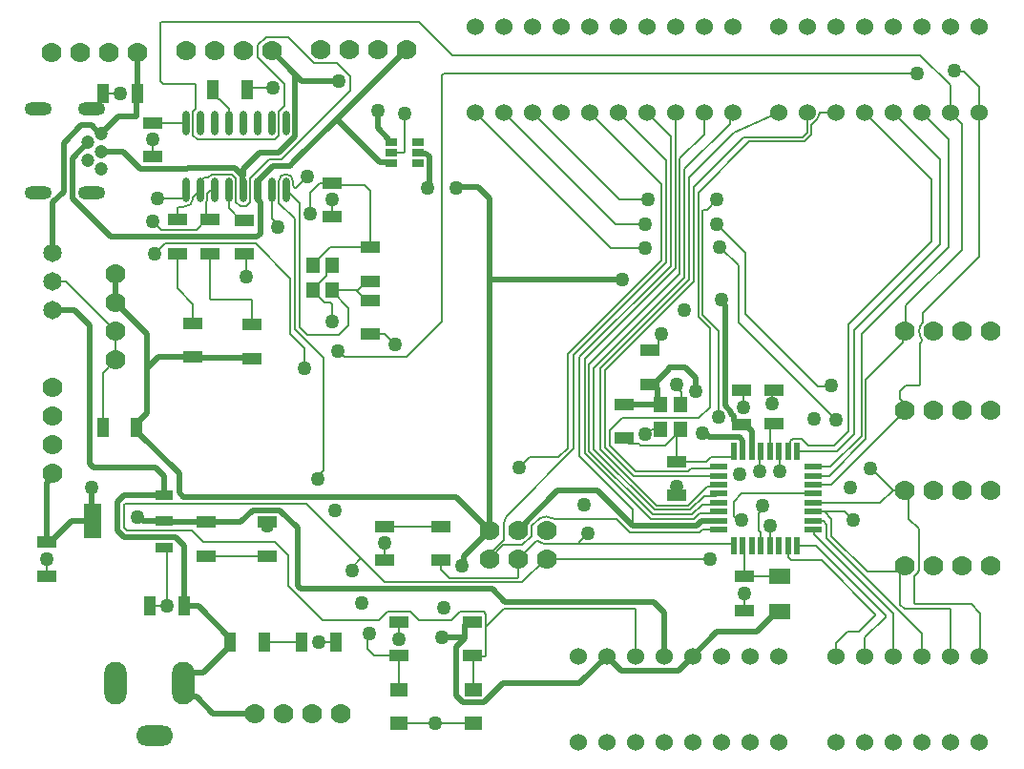
<source format=gtl>
G04*
G04 #@! TF.GenerationSoftware,Altium Limited,Altium Designer,23.1.1 (15)*
G04*
G04 Layer_Physical_Order=1*
G04 Layer_Color=255*
%FSLAX44Y44*%
%MOMM*%
G71*
G04*
G04 #@! TF.SameCoordinates,F8FEC074-9B5C-4FA2-A9AA-F0323AAD1731*
G04*
G04*
G04 #@! TF.FilePolarity,Positive*
G04*
G01*
G75*
%ADD10C,0.1524*%
%ADD18R,1.8034X1.1176*%
%ADD19R,1.0000X0.7000*%
%ADD20R,1.1176X1.8034*%
%ADD21O,0.6096X2.2000*%
%ADD22R,1.5000X1.2000*%
%ADD23R,1.1999X1.3998*%
%ADD24R,1.5500X0.5080*%
%ADD25R,0.5080X1.5500*%
%ADD26R,1.8542X1.3716*%
%ADD27R,1.6002X3.0988*%
%ADD28R,1.6002X0.8382*%
%ADD47C,0.1524*%
%ADD48C,0.5080*%
%ADD49C,1.7780*%
%ADD50C,1.5240*%
%ADD51O,2.0000X3.8000*%
%ADD52O,3.3000X1.8000*%
%ADD53C,1.6500*%
%ADD54O,2.4000X1.2000*%
%ADD55C,1.2000*%
%ADD56C,1.2700*%
D10*
X799501Y168248D02*
G03*
X803321Y173836I-5032J7540D01*
G01*
X802884Y176614D02*
G03*
X802640Y176909I-2449J-1774D01*
G01*
X803169Y175819D02*
G03*
X802884Y176614I-1521J-96D01*
G01*
X803169Y175819D02*
G03*
X803333Y174412I12171J711D01*
G01*
X799501Y168248D02*
G03*
X798978Y167640I853J-1263D01*
G01*
X803321Y173836D02*
G03*
X803333Y174412I-1490J320D01*
G01*
X803910Y373858D02*
G03*
X804146Y374223I-16510J10951D01*
G01*
X806450Y393153D02*
G03*
X805254Y377961I8890J-8343D01*
G01*
X804146Y374223D02*
G03*
X805371Y376470I-16746J10587D01*
G01*
X805371Y376469D02*
G03*
X805254Y377961I-1382J642D01*
G01*
X247650Y517984D02*
G03*
X234950Y517984I-6350J0D01*
G01*
X248404Y512791D02*
G03*
X247650Y514792I-6658J-1366D01*
G01*
X249787Y512039D02*
X249788D01*
X170180Y498270D02*
G03*
X171450Y502080I-5080J3810D01*
G01*
X434360Y213533D02*
G03*
X434340Y213298I1505J-243D01*
G01*
X439593Y223693D02*
G03*
X434360Y213533I13238J-13247D01*
G01*
X464431Y199088D02*
G03*
X472440Y196088I8009J9192D01*
G01*
X708093Y569079D02*
G03*
X708088Y569074I1075J-1080D01*
G01*
X714436Y577887D02*
G03*
X714421Y577793I1496J-291D01*
G01*
X714980Y578786D02*
G03*
X714707Y578502I953J-1190D01*
G01*
X708270Y569256D02*
G03*
X714421Y577793I-4690J9864D01*
G01*
X151577Y495784D02*
G03*
X158750Y502080I823J6296D01*
G01*
X479179Y218440D02*
G03*
X472440Y220472I-6739J-10160D01*
G01*
X461548Y214630D02*
G03*
X462424Y215231I-371J1478D01*
G01*
X472440Y220472D02*
G03*
X462424Y215231I0J-12192D01*
G01*
X269240Y254000D02*
Y256053D01*
X274320Y261133D01*
Y361312D01*
X249174Y386458D02*
X274320Y361312D01*
X287020Y365760D02*
X289081D01*
X347980Y361950D02*
X379730Y393700D01*
X289081Y365760D02*
X292891Y361950D01*
X347980D01*
X287020Y365760D02*
Y367030D01*
X379730Y393700D02*
Y612140D01*
X328930Y382270D02*
X337820Y373380D01*
X588010Y334796D02*
X591820Y330986D01*
X588010Y334796D02*
Y337820D01*
X591820Y320498D02*
Y330986D01*
X590931Y319609D02*
X591820Y320498D01*
X617220Y317500D02*
Y387350D01*
X607630Y307910D02*
X617220Y317500D01*
X607060Y397510D02*
X617220Y387350D01*
X798830Y166985D02*
X798830Y167329D01*
X798978Y167640D01*
X802640Y176909D02*
Y209550D01*
X798830Y143387D02*
Y166985D01*
X788547Y383417D02*
X789940Y384810D01*
X788547Y374527D02*
Y383417D01*
X755882Y341862D02*
X788547Y374527D01*
X791210Y392430D02*
X794385Y389255D01*
X791210Y392430D02*
Y407670D01*
X806450Y393153D02*
Y401320D01*
X791210Y336550D02*
X803017D01*
X803910Y337443D01*
Y373858D01*
X805371Y376469D02*
Y376470D01*
X207772Y600710D02*
X229870D01*
X239522Y584622D02*
Y604708D01*
X234950Y558886D02*
Y580050D01*
X206502Y599440D02*
X207772Y600710D01*
X176530Y596011D02*
Y599440D01*
X234950Y580050D02*
X239522Y584622D01*
X234950Y498849D02*
Y502080D01*
X234950D02*
Y517984D01*
X181356Y591185D02*
X182069D01*
X190500Y582754D01*
Y569468D02*
Y582754D01*
X176530Y596011D02*
X181356Y591185D01*
X209550Y520614D02*
X226494Y537559D01*
X237099D01*
X248710Y512485D02*
X249156Y512039D01*
X241300Y510032D02*
X253238Y498094D01*
X249156Y512039D02*
X249787Y512039D01*
X247650Y514792D02*
Y517984D01*
X250419Y512039D02*
X260350Y521970D01*
X248404Y512791D02*
X248710Y512485D01*
X249788Y512039D02*
X250419Y512039D01*
X158750Y558886D02*
Y580050D01*
X160397Y604520D02*
X161290Y603627D01*
Y582590D02*
Y603627D01*
X158750Y558886D02*
X162470Y555166D01*
X158750Y580050D02*
X161290Y582590D01*
X164469Y509401D02*
X165100D01*
X193130Y524334D02*
X196850Y520614D01*
X158750Y503682D02*
X164469Y509401D01*
X168902Y521725D02*
X172561D01*
X175170Y524334D02*
X193130D01*
X158750Y502080D02*
Y503682D01*
X165100Y517924D02*
X168902Y521725D01*
X172561D02*
X175170Y524334D01*
X209550Y499450D02*
Y520614D01*
X200570Y495730D02*
X205830D01*
X196850Y499450D02*
X200570Y495730D01*
X165100Y510032D02*
Y517924D01*
Y509401D02*
Y510032D01*
X174752D02*
X177800D01*
X171450Y502080D02*
Y506730D01*
X196850Y499450D02*
Y520614D01*
X205830Y495730D02*
X209550Y499450D01*
X171450Y506730D02*
X174752Y510032D01*
X162470Y555166D02*
X231230D01*
X234950Y558886D01*
X228600Y484653D02*
X233680Y479573D01*
X204470Y453390D02*
X205740Y452120D01*
Y433070D02*
Y452120D01*
X201041Y483362D02*
X204470D01*
X233680Y477520D02*
Y479573D01*
X214347Y462788D02*
X245110Y432025D01*
X170180Y487680D02*
X173990Y483870D01*
X190500Y493903D02*
X201041Y483362D01*
X144780Y483870D02*
Y494030D01*
X150368Y495300D02*
X150852Y495784D01*
X151483D02*
X151577D01*
X150852D02*
X151483D01*
X144780Y494030D02*
X146050Y495300D01*
X151577Y495784D02*
X151577D01*
X146050Y495300D02*
X150368D01*
X173990Y413643D02*
Y453898D01*
X144780Y422910D02*
Y453898D01*
Y422910D02*
X158750Y408940D01*
X161671Y474980D02*
X170561Y483870D01*
X173990D01*
X265430Y420229D02*
Y421228D01*
Y443230D02*
Y444230D01*
Y421228D02*
Y422228D01*
X173990Y413643D02*
X174883Y412750D01*
X209927D01*
X210820Y390652D02*
Y411857D01*
X158750Y391922D02*
Y408940D01*
X209927Y412750D02*
X210820Y411857D01*
X313690Y115570D02*
X314960Y116840D01*
X313690Y102870D02*
X319532Y97028D01*
X323625Y128270D02*
X331245Y135890D01*
X341630Y97028D02*
X341670Y96988D01*
X341630Y111760D02*
Y127000D01*
X331245Y135890D02*
X352015D01*
X313690Y102870D02*
Y115570D01*
X319532Y97028D02*
X341630D01*
X386080Y166116D02*
X446147D01*
X329213Y162052D02*
X450910D01*
X446147Y166116D02*
X447040Y167009D01*
X450910Y162052D02*
X471738Y182880D01*
X447040Y167009D02*
Y182880D01*
X378460Y173736D02*
X386080Y166116D01*
X378460Y173736D02*
Y181610D01*
X434340Y199890D02*
Y213298D01*
X328930Y211582D02*
X378460D01*
X328930Y181610D02*
Y196850D01*
X352015Y135890D02*
X359635Y128270D01*
X388395D02*
X396015Y135890D01*
X359635Y128270D02*
X388395D01*
X407158Y96270D02*
X417703D01*
X406400Y97028D02*
X407158Y96270D01*
X407670Y95758D01*
X418719Y97286D02*
Y122809D01*
X396015Y135890D02*
X416785D01*
X417703Y96270D02*
X418719Y97286D01*
X416785Y135890D02*
X418719Y133956D01*
Y122809D02*
X430530Y134620D01*
X430530D02*
X434340Y138430D01*
X418719Y122809D02*
Y133956D01*
X430530Y134620D02*
X430530D01*
X421640Y187190D02*
X434340Y199890D01*
X463248Y199088D02*
X464431D01*
X433832Y195072D02*
X451074D01*
X421640Y182880D02*
X433832Y195072D01*
X471738Y182880D02*
X472440D01*
X451074Y195072D02*
X459232Y203230D01*
X421640Y182880D02*
Y187190D01*
X472440Y196088D02*
X501650D01*
Y198120D02*
X509270Y205740D01*
X501650Y196088D02*
Y198120D01*
X447040Y182880D02*
X463248Y199088D01*
X434340Y138430D02*
X550541D01*
X679450Y260350D02*
Y277458D01*
X672612Y330728D02*
X674370Y332486D01*
X672612Y321056D02*
Y330728D01*
X678688Y278220D02*
X679450Y277458D01*
X799723Y142494D02*
X849376D01*
X789940Y138430D02*
X829941D01*
X830834Y137537D01*
X708750Y216644D02*
X709079Y216315D01*
X718838Y224772D02*
X736618D01*
X718838D02*
X725170Y218440D01*
X736618Y224772D02*
X744220Y217170D01*
X708750Y232646D02*
X768586D01*
X708750Y224772D02*
X718838D01*
X709079Y216315D02*
X717893D01*
X708750Y256776D02*
X723664D01*
X793750Y218440D02*
Y243840D01*
X717893Y216315D02*
X721106Y213103D01*
X708750Y248648D02*
X724898D01*
X793750Y218440D02*
X802640Y209550D01*
X786130Y142240D02*
X789940Y138430D01*
X756920Y171450D02*
X786130D01*
X709563Y204837D02*
X780034Y134366D01*
X725170Y203200D02*
X756920Y171450D01*
X786130Y142240D02*
Y171450D01*
X798830Y143387D02*
X799723Y142494D01*
X727710Y283210D02*
X740410Y295910D01*
X724898Y248648D02*
X787371Y311121D01*
X760730Y262890D02*
X779780Y243840D01*
X724390Y264650D02*
X751818Y292078D01*
X730340Y278220D02*
X745490Y293370D01*
X759460Y262890D02*
X760730D01*
X723664Y256776D02*
X755882Y288994D01*
X788053Y311121D02*
X791891Y314960D01*
X786130Y331470D02*
X791210Y336550D01*
X786130Y325120D02*
Y331470D01*
Y325120D02*
X796290Y314960D01*
X791891D02*
X796290D01*
X787371Y311121D02*
X788053D01*
X786130Y242337D02*
Y243840D01*
X779780D02*
X786130D01*
Y242337D02*
X787633Y243840D01*
X768586Y232646D02*
X779780Y243840D01*
X787633D02*
X793750D01*
X786130D02*
X787633D01*
X686816Y184589D02*
X689795Y181610D01*
X716280D01*
X686816Y184589D02*
Y194220D01*
X709563Y204837D02*
Y207957D01*
X708750Y208770D02*
X709563Y207957D01*
X721106Y200914D02*
Y213103D01*
X694690Y194220D02*
X711290D01*
X725170Y203200D02*
Y218440D01*
X690782Y289272D02*
X698598D01*
X704660Y283210D01*
X727710D01*
X688594Y285847D02*
X688848Y286101D01*
Y287338D01*
X712967Y336053D02*
X724673D01*
X688594Y279998D02*
Y285847D01*
X686816Y278220D02*
X688594Y279998D01*
X694690Y278220D02*
X730340D01*
X688848Y287338D02*
X690782Y289272D01*
X724673Y336053D02*
X725170Y336550D01*
X708750Y264650D02*
X724390D01*
X550541Y138430D02*
X551434Y137537D01*
Y96520D02*
Y137537D01*
X556072Y283718D02*
X578041D01*
X554548Y285242D02*
X556072Y283718D01*
X560070Y293370D02*
X561886D01*
X578041Y283718D02*
X590931Y296608D01*
X588010Y294687D02*
X590931Y297608D01*
Y296608D02*
Y297608D01*
X588010Y269240D02*
Y294687D01*
X561886Y293370D02*
X566125Y297609D01*
X573931D01*
X647700Y137160D02*
Y152400D01*
X660908Y223544D02*
X664210Y226846D01*
Y229870D01*
X670560Y194474D02*
Y212090D01*
Y194474D02*
X670814Y194220D01*
X660908Y208092D02*
Y223544D01*
Y208092D02*
X662686Y206314D01*
Y194220D02*
Y206314D01*
X638810Y220980D02*
Y233680D01*
X642620Y217170D02*
X645160D01*
X638810Y233680D02*
X645904Y240774D01*
X638810Y220980D02*
X642620Y217170D01*
X670814Y278220D02*
Y298958D01*
X661670Y277204D02*
X662686Y278220D01*
X661670Y260350D02*
Y277204D01*
X614380Y269240D02*
X618150Y273010D01*
X588010Y269240D02*
X614380D01*
X600917Y262872D02*
X622972D01*
X600078Y256286D02*
X600568Y256776D01*
X624750D01*
X622972Y246870D02*
X624750Y248648D01*
X598395Y260350D02*
X600917Y262872D01*
X551463Y260350D02*
X598395D01*
X549780Y256286D02*
X600078D01*
X645160Y332232D02*
X647025Y330367D01*
Y317215D02*
Y330367D01*
X638810Y194220D02*
Y194310D01*
X647700Y167132D02*
Y193204D01*
X637032Y196088D02*
X638810Y194310D01*
X646684Y194220D02*
X647700Y193204D01*
X622972Y262872D02*
X624750Y264650D01*
X638810Y274788D02*
Y278220D01*
X618150Y273010D02*
X637032D01*
X638810Y274788D01*
X297942Y598402D02*
Y611058D01*
X379730Y612140D02*
X381000Y613410D01*
X286192Y622808D02*
X297942Y611058D01*
X803910Y629920D02*
X830580Y603250D01*
X834390Y615950D02*
X835406Y614934D01*
X830580Y579120D02*
Y603250D01*
X708093Y569079D02*
X708093Y569079D01*
X714436Y577887D02*
X714502Y578227D01*
X714980Y578786D02*
X715395Y579120D01*
X728980D01*
X714502Y578227D02*
X714707Y578502D01*
X708093Y569079D02*
X708270Y569256D01*
X708088Y569074D02*
X708088Y569074D01*
X638810Y561340D02*
X678180Y579120D01*
X635234Y576814D02*
X637540Y579120D01*
X703580Y561340D02*
Y579120D01*
X635234Y569194D02*
Y576814D01*
X707644Y568630D02*
X708088Y569074D01*
X381000Y613410D02*
X801370D01*
X130433Y659130D02*
X359410D01*
X388620Y629920D01*
X129540Y658237D02*
X130433Y659130D01*
X388620Y629920D02*
X803910D01*
X216408Y627822D02*
X239522Y604708D01*
X216408Y627822D02*
Y638780D01*
X223550Y645922D02*
X243314D01*
X266428Y622808D02*
X286192D01*
X216408Y638780D02*
X223550Y645922D01*
X243314D02*
X266428Y622808D01*
X129540Y607060D02*
Y658237D01*
X132080Y604520D02*
X160397D01*
X129540Y607060D02*
X132080Y604520D01*
X123444Y569468D02*
X152400D01*
X123190Y569722D02*
X123444Y569468D01*
X805434Y96520D02*
Y116586D01*
X830834Y96520D02*
Y137537D01*
X857250Y97536D02*
Y134620D01*
X849376Y142494D02*
X857250Y134620D01*
X856234Y96520D02*
X857250Y97536D01*
X745490Y293370D02*
Y386080D01*
X740410Y295910D02*
Y391160D01*
X751818Y292078D02*
Y382248D01*
X755882Y288994D02*
Y341862D01*
X751818Y382248D02*
X829310Y459740D01*
X806450Y401320D02*
X855980Y450850D01*
X791210Y407670D02*
X840740Y457200D01*
X729234Y108204D02*
X739140Y118110D01*
X729234Y96520D02*
Y108204D01*
X721106Y200914D02*
X805434Y116586D01*
X739140Y118110D02*
X749300D01*
X763909Y132719D01*
X754634Y112972D02*
X772955Y131293D01*
X711290Y194220D02*
X772955Y132555D01*
X716280Y181610D02*
X763909Y133981D01*
X754634Y96520D02*
Y112972D01*
X780034Y96520D02*
Y134366D01*
X772955Y131293D02*
Y132555D01*
X763909Y132719D02*
Y133981D01*
X670814Y298958D02*
X674370Y302514D01*
X642620Y392430D02*
X728980Y306070D01*
X648970Y400050D02*
Y454660D01*
X626110Y459740D02*
X642620Y443230D01*
Y392430D02*
Y443230D01*
X648970Y400050D02*
X712967Y336053D01*
X645904Y240774D02*
X708750D01*
X647700Y167132D02*
X679450D01*
X407670Y66830D02*
Y95758D01*
X341670Y66830D02*
Y96988D01*
X373380Y36830D02*
X407670D01*
X341670D02*
X373380D01*
X97790Y210820D02*
Y231009D01*
X259363Y231902D02*
X307863Y183403D01*
X97790Y210820D02*
X100393Y208216D01*
X158081D01*
X274114Y128270D02*
X323625D01*
X270256Y109220D02*
X285242D01*
X243647Y158737D02*
X274114Y128270D01*
X299720Y175260D02*
X307863Y183403D01*
X299720Y172720D02*
Y175260D01*
X472440Y182880D02*
X617220D01*
X501650Y196088D02*
X637032D01*
X307863Y183403D02*
X329213Y162052D01*
X510540Y579120D02*
X574548Y515112D01*
X537210Y501650D02*
X562610D01*
X535940Y579120D02*
X578612Y536448D01*
X459740Y579120D02*
X537210Y501650D01*
X514350Y351790D02*
X594868Y432308D01*
X524637Y350582D02*
X602996Y428941D01*
X501650Y361950D02*
X582676Y442976D01*
X506222Y360172D02*
X586740Y440690D01*
X510286Y355346D02*
X590804Y435864D01*
X496570Y363823D02*
X578612Y445865D01*
X491490Y364490D02*
X574548Y447548D01*
X529590Y458470D02*
X560070D01*
X597567Y429260D02*
X598932Y430625D01*
X533400Y480060D02*
X560070D01*
X520573Y352266D02*
X597567Y429260D01*
X491490Y281337D02*
Y364490D01*
X506222Y276854D02*
Y360172D01*
X483203Y273050D02*
X491490Y281337D01*
X457200Y273050D02*
X483203D01*
X496570Y280670D02*
Y363823D01*
X520573Y279746D02*
Y352266D01*
X514350Y280221D02*
Y351790D01*
X510286Y278538D02*
Y355346D01*
X524637Y281429D02*
Y350582D01*
X501650Y274320D02*
Y361950D01*
X572135Y380365D02*
X574040Y382270D01*
X572135Y372618D02*
Y380365D01*
X578612Y445865D02*
Y536448D01*
X563880Y367792D02*
X567309D01*
X574548Y447548D02*
Y515112D01*
X567309Y367792D02*
X572135Y372618D01*
X586740Y440690D02*
Y579120D01*
X590804Y435864D02*
Y538131D01*
X582676Y442976D02*
Y557784D01*
X561340Y579120D02*
X582676Y557784D01*
X528701Y283112D02*
Y297024D01*
X545846Y285242D02*
X554548D01*
X541020Y290068D02*
X545846Y285242D01*
X528701Y297024D02*
X539587Y307910D01*
X97790Y231009D02*
X98683Y231902D01*
X123854D01*
X123981Y231775D01*
X123190Y482600D02*
X130810Y474980D01*
X152400Y505032D02*
Y510032D01*
X150288Y502920D02*
X152400Y505032D01*
X190500Y493903D02*
Y510032D01*
X127000Y502920D02*
X150288D01*
X228600Y484653D02*
Y510032D01*
X170180Y487680D02*
Y498270D01*
X133858Y462788D02*
X214347D01*
X234950Y498849D02*
X249174Y484625D01*
X130810Y474980D02*
X161671D01*
X123190Y539750D02*
Y554990D01*
X124460Y453390D02*
X133858Y462788D01*
X257810Y351790D02*
Y369570D01*
X245110Y382270D02*
Y432025D01*
X259998Y381381D02*
X288036D01*
X281940Y393700D02*
Y408940D01*
X253238Y388141D02*
X259998Y381381D01*
X275449Y410210D02*
X280670D01*
X265430Y420229D02*
X275449Y410210D01*
X280670D02*
X281940Y408940D01*
X245110Y382270D02*
X257810Y369570D01*
X282430Y420229D02*
Y421228D01*
X277192Y437991D02*
X282430Y443228D01*
X262890Y508000D02*
X271149Y516259D01*
X277192Y433991D02*
Y437991D01*
X282317Y516259D02*
X284226Y514350D01*
X281940Y486664D02*
Y501650D01*
X262890Y488950D02*
Y508000D01*
X271149Y516259D02*
X282317D01*
X142719Y231775D02*
X142846Y231902D01*
X259363D01*
X123981Y231775D02*
X142719D01*
X78740Y347980D02*
X90170Y359410D01*
Y384810D01*
X78740Y299720D02*
Y347980D01*
X249174Y386458D02*
Y484625D01*
X265430Y444230D02*
X280432Y459232D01*
X265430Y422228D02*
X277192Y433991D01*
X253238Y388141D02*
Y498094D01*
X168075Y198222D02*
X231262D01*
X224790Y212176D02*
Y215392D01*
X231262Y198222D02*
X243647Y185838D01*
Y158737D02*
Y185838D01*
X158081Y208216D02*
X168075Y198222D01*
X170180Y185420D02*
X224790D01*
X133350Y193040D02*
X136144Y190246D01*
X120904Y140970D02*
X136144D01*
Y190246D01*
X221742Y109220D02*
X255270D01*
X459232Y212314D02*
X461109Y214191D01*
X447040Y208280D02*
Y208384D01*
X461109Y214191D02*
X461548Y214630D01*
X447040Y208384D02*
X448433Y209777D01*
X459232Y203230D02*
Y212314D01*
X479179Y218440D02*
X534739D01*
X549096Y212344D02*
Y226874D01*
X534739Y218440D02*
X546676Y206502D01*
X601761Y222250D02*
X610379Y230868D01*
X600078Y226314D02*
X612760Y238996D01*
X588010Y239268D02*
Y246634D01*
X612760Y238996D02*
X622972D01*
X569941Y230378D02*
X598395D01*
X610379Y230868D02*
X622972D01*
X568257Y226314D02*
X600078D01*
X622972Y230868D02*
X624750Y232646D01*
X622972Y238996D02*
X624750Y240774D01*
X614887Y246870D02*
X622972D01*
X598395Y230378D02*
X614887Y246870D01*
X608253Y222994D02*
X622972D01*
X624750Y224772D01*
X564891Y218186D02*
X603445D01*
X608253Y222994D01*
X608284Y206502D02*
X610552Y208770D01*
X546676Y206502D02*
X608284D01*
X566574Y222250D02*
X601761D01*
X610552Y208770D02*
X624750D01*
X855980Y579120D02*
Y601980D01*
X830580Y579120D02*
X840740Y568960D01*
X843026Y614934D02*
X855980Y601980D01*
Y450850D02*
Y579120D01*
X840740Y457200D02*
Y568960D01*
X835406Y614934D02*
X843026D01*
X79248Y595630D02*
X94488D01*
X34290Y429260D02*
X45720D01*
X90170Y384810D01*
X29210Y167640D02*
Y182626D01*
X237099Y537559D02*
X297942Y598402D01*
X647446Y557276D02*
X699516D01*
X652272Y553212D02*
X701199D01*
X699516Y557276D02*
X703580Y561340D01*
X602996Y512826D02*
X647446Y557276D01*
X638364Y560894D02*
X638810Y561340D01*
X611124Y399193D02*
X624840Y385477D01*
Y308610D02*
Y385477D01*
X439593Y223693D02*
X496570Y280670D01*
X539587Y307910D02*
X607630D01*
X814070Y464820D02*
Y519430D01*
X829310Y459740D02*
Y554990D01*
X821690Y462280D02*
Y537210D01*
X707644Y559657D02*
Y568630D01*
X805180Y579120D02*
X829310Y554990D01*
X779780Y579120D02*
X821690Y537210D01*
X754380Y579120D02*
X814070Y519430D01*
X701199Y553212D02*
X707644Y559657D01*
X745490Y386080D02*
X821690Y462280D01*
X740410Y391160D02*
X814070Y464820D01*
X334515Y543560D02*
X345817D01*
X346710Y544453D01*
X408940Y579120D02*
X529590Y458470D01*
X434340Y579120D02*
X533400Y480060D01*
X594868Y528828D02*
X635234Y569194D01*
X612017Y492760D02*
X614680D01*
X607060Y508000D02*
X652272Y553212D01*
X598932Y521462D02*
X638364Y560894D01*
X623570Y480060D02*
X648970Y454660D01*
X614680Y492760D02*
X623570Y501650D01*
X590804Y538131D02*
X612140Y559467D01*
Y579120D01*
X311150Y514350D02*
X316230Y509270D01*
X346710Y544453D02*
Y577850D01*
X284226Y514350D02*
X311150D01*
X280432Y459232D02*
X316230D01*
X282430Y421228D02*
X303815D01*
X316230Y382270D02*
X328930D01*
X288036Y381381D02*
X296926Y390271D01*
X282430Y420229D02*
X296926Y405733D01*
Y390271D02*
Y405733D01*
X312801Y412242D02*
X316230D01*
X303815Y421228D02*
X304769D01*
X312801Y429260D01*
X303815Y421228D02*
X312801Y412242D01*
X524637Y281429D02*
X549780Y256286D01*
X514350Y280221D02*
X568257Y226314D01*
X448310Y264160D02*
X457200Y273050D01*
X501650Y274320D02*
X549096Y226874D01*
X510286Y278538D02*
X566574Y222250D01*
X528701Y283112D02*
X551463Y260350D01*
X506222Y276854D02*
X564891Y218186D01*
X520573Y279746D02*
X569941Y230378D01*
X611124Y491867D02*
X612017Y492760D01*
X611124Y399193D02*
Y491867D01*
X597567Y429260D02*
X597567D01*
X602996Y428941D02*
Y512826D01*
X598932Y430625D02*
Y521462D01*
X594868Y432308D02*
Y528828D01*
X607060Y397510D02*
Y508000D01*
X316230Y459232D02*
Y509270D01*
X312801Y429260D02*
X316230D01*
D18*
X378460Y181610D02*
D03*
Y211582D02*
D03*
X173990Y453898D02*
D03*
Y483870D02*
D03*
X158750Y391922D02*
D03*
Y361950D02*
D03*
X647700Y137160D02*
D03*
Y167132D02*
D03*
X674370Y332486D02*
D03*
Y302514D02*
D03*
X210820Y390652D02*
D03*
Y360680D02*
D03*
X144780Y453898D02*
D03*
Y483870D02*
D03*
X204470Y483362D02*
D03*
Y453390D02*
D03*
X123190Y539750D02*
D03*
Y569722D02*
D03*
X281940Y486664D02*
D03*
Y516636D02*
D03*
X170180Y185420D02*
D03*
Y215392D02*
D03*
X224790Y185420D02*
D03*
Y215392D02*
D03*
X316230Y459232D02*
D03*
Y429260D02*
D03*
X29210Y167640D02*
D03*
Y197612D02*
D03*
X588010Y239268D02*
D03*
Y269240D02*
D03*
X406400Y127000D02*
D03*
Y97028D02*
D03*
X341630D02*
D03*
Y127000D02*
D03*
X328930Y181610D02*
D03*
Y211582D02*
D03*
X541020Y290068D02*
D03*
Y320040D02*
D03*
X645160Y332232D02*
D03*
Y302260D02*
D03*
X563880Y337820D02*
D03*
Y367792D02*
D03*
X316230Y412242D02*
D03*
Y382270D02*
D03*
D19*
X358140Y553060D02*
D03*
Y543560D02*
D03*
Y534060D02*
D03*
X334515D02*
D03*
Y543560D02*
D03*
Y553060D02*
D03*
D20*
X285242Y109220D02*
D03*
X255270D02*
D03*
X191770D02*
D03*
X221742D02*
D03*
X79248Y595630D02*
D03*
X109220D02*
D03*
X206502Y599440D02*
D03*
X176530D02*
D03*
X120904Y140970D02*
D03*
X150876D02*
D03*
X108712Y299720D02*
D03*
X78740D02*
D03*
D21*
X152400Y569468D02*
D03*
X165100D02*
D03*
X177800D02*
D03*
X190500D02*
D03*
X203200D02*
D03*
X215900D02*
D03*
X228600D02*
D03*
X241300D02*
D03*
Y510032D02*
D03*
X228600D02*
D03*
X215900D02*
D03*
X203200D02*
D03*
X190500D02*
D03*
X177800D02*
D03*
X165100D02*
D03*
X152400D02*
D03*
D22*
X341670Y36830D02*
D03*
X407670Y66830D02*
D03*
Y36830D02*
D03*
X341670Y66830D02*
D03*
D23*
X590931Y297608D02*
D03*
Y319609D02*
D03*
X573931Y297609D02*
D03*
Y319609D02*
D03*
X265430Y443230D02*
D03*
Y421228D02*
D03*
X282430Y443228D02*
D03*
Y421228D02*
D03*
D24*
X708750Y264650D02*
D03*
Y256776D02*
D03*
Y248648D02*
D03*
Y240774D02*
D03*
Y232646D02*
D03*
Y224772D02*
D03*
Y216644D02*
D03*
Y208770D02*
D03*
X624750D02*
D03*
Y216644D02*
D03*
Y224772D02*
D03*
Y232646D02*
D03*
Y240774D02*
D03*
Y248648D02*
D03*
Y256776D02*
D03*
Y264650D02*
D03*
D25*
X694690Y194220D02*
D03*
X686816D02*
D03*
X678688D02*
D03*
X670814D02*
D03*
X662686D02*
D03*
X654812D02*
D03*
X646684D02*
D03*
X638810D02*
D03*
Y278220D02*
D03*
X646684D02*
D03*
X654812D02*
D03*
X662686D02*
D03*
X670814D02*
D03*
X678688D02*
D03*
X686816D02*
D03*
X694690D02*
D03*
D26*
X679450Y135890D02*
D03*
Y167132D02*
D03*
D27*
X69342Y216154D02*
D03*
D28*
X133350Y193040D02*
D03*
Y216154D02*
D03*
Y239268D02*
D03*
D47*
X248710Y512485D02*
D03*
X151483Y495784D02*
D03*
D48*
X51691Y503041D02*
X86103Y468630D01*
X51691Y503041D02*
Y538572D01*
X65752Y552632D01*
X44071Y508761D02*
Y552071D01*
X34290Y498979D02*
X44071Y508761D01*
Y552071D02*
X59690Y567690D01*
X77789Y544631D02*
X96520D01*
X77789Y560630D02*
X92583Y575425D01*
X109093D01*
X68856Y567690D02*
X75916Y560630D01*
X77789D01*
X59690Y567690D02*
X68856D01*
X34290Y454660D02*
Y498979D01*
X249428Y612902D02*
X255270Y607060D01*
X249428Y558149D02*
Y612902D01*
X215900Y510032D02*
Y517984D01*
Y501805D02*
Y510032D01*
Y501805D02*
X218567Y499138D01*
X229633Y531717D02*
X244697D01*
X203200Y523034D02*
Y528652D01*
X215900Y517984D02*
X229633Y531717D01*
X234679Y543401D02*
X249428Y558149D01*
X217949Y543401D02*
X234679D01*
X203200Y528652D02*
X217949Y543401D01*
X244697Y531717D02*
X248761Y535781D01*
X248761D01*
X203006Y510226D02*
Y522720D01*
X195550Y530176D02*
X203006Y522720D01*
Y510226D02*
X203200Y510032D01*
X215591Y468630D02*
X218567Y471606D01*
X397510Y176530D02*
X398968Y177988D01*
X392176Y237744D02*
X421640Y208280D01*
X398968Y185608D02*
X421640Y208280D01*
X398968Y177988D02*
Y185608D01*
X379730Y113030D02*
X399233D01*
X392303Y104720D02*
X399923Y112340D01*
Y123952D02*
X402971Y127000D01*
X399233Y113030D02*
X399923Y112340D01*
Y123952D01*
X402971Y127000D02*
X406400D01*
X424180Y156210D02*
X435610Y144780D01*
X567690D01*
X526034Y96520D02*
X538734Y83820D01*
X576834Y96520D02*
Y135636D01*
X567690Y144780D02*
X576834Y135636D01*
X573715Y319825D02*
X573931Y319609D01*
X563880Y337820D02*
X567309D01*
X570901Y322639D02*
X573715Y319825D01*
X567309Y337820D02*
X570901Y334228D01*
Y322639D02*
Y334228D01*
X602234Y96520D02*
X623824Y118110D01*
X659257D01*
X610165Y216644D02*
X624750D01*
X654812Y278220D02*
Y296037D01*
X610870Y294640D02*
X612932D01*
X616522Y291050D01*
X645160Y302260D02*
X648589D01*
X636270Y311805D02*
Y313344D01*
Y311805D02*
X638683Y309392D01*
X630682Y318932D02*
X636270Y313344D01*
X648589Y302260D02*
X654812Y296037D01*
X638683Y305308D02*
X641731Y302260D01*
X638683Y305308D02*
Y309392D01*
X641731Y302260D02*
X645160D01*
X616522Y291050D02*
X643454D01*
X646684Y278220D02*
Y287820D01*
X643454Y291050D02*
X646684Y287820D01*
X286385Y573405D02*
X347980Y635000D01*
X322580Y564995D02*
Y580390D01*
X228600Y633730D02*
X249428Y612902D01*
X255270Y607060D02*
X288290D01*
X109093Y575425D02*
Y595503D01*
X109220Y595630D02*
Y632460D01*
X109093Y595503D02*
X109220Y595630D01*
X630682Y318932D02*
Y408178D01*
X629292Y409568D02*
X630682Y408178D01*
X677037Y135890D02*
X679450D01*
X659257Y118110D02*
X677037Y135890D01*
X392303Y61513D02*
Y104720D01*
X398066Y55750D02*
X417274D01*
X392303Y61513D02*
X398066Y55750D01*
X150423Y237744D02*
X392176D01*
X91948Y208400D02*
Y233429D01*
X200950Y215392D02*
X211618Y226060D01*
X235911D02*
X251460Y210511D01*
X91948Y208400D02*
X97974Y202374D01*
X143392D01*
X251460Y159186D02*
X254436Y156210D01*
X589534Y83820D02*
X602234Y96520D01*
X538734Y83820D02*
X589534D01*
X417274Y55750D02*
X433914Y72390D01*
X501904D02*
X526034Y96520D01*
X433914Y72390D02*
X501904D01*
X447040Y208384D02*
X482496Y243840D01*
X176840Y45720D02*
X213360D01*
X162025Y60535D02*
X176840Y45720D01*
X254436Y156210D02*
X424180D01*
X595521Y352824D02*
X604520Y343825D01*
Y331470D02*
Y343825D01*
X581007Y351518D02*
Y352824D01*
X595521D01*
X567309Y337820D02*
X581007Y351518D01*
X541235Y319825D02*
X573715D01*
X541020Y320040D02*
X541235Y319825D01*
X68580Y216916D02*
X69342Y216154D01*
X91948Y233429D02*
X97787Y239268D01*
X114838Y216154D02*
X133350D01*
X109220Y219710D02*
X111282D01*
X51181Y216154D02*
X69342D01*
X97787Y239268D02*
X133350D01*
X111282Y219710D02*
X114838Y216154D01*
X68580Y216916D02*
Y246380D01*
X86103Y468630D02*
X215591D01*
X218567Y471606D02*
Y499138D01*
X154356Y530176D02*
X195550D01*
X153263Y529082D02*
X154356Y530176D01*
X112069Y529082D02*
X153263D01*
X67310Y267136D02*
X70286Y264160D01*
X108712Y299720D02*
Y303149D01*
Y296291D02*
X146431Y258572D01*
X108712Y296291D02*
Y299720D01*
X70286Y264160D02*
X125730D01*
X133350Y256540D01*
X158750Y361950D02*
X159385Y361315D01*
X210185D02*
X210820Y360680D01*
X128270Y361950D02*
X158750D01*
X159385Y361315D02*
X210185D01*
X53340Y403860D02*
X67310Y389890D01*
X90170Y410210D02*
Y435610D01*
X118110Y351790D02*
X128270Y361950D01*
X90170Y410210D02*
X118110Y382270D01*
X248761Y535781D02*
X286385Y573405D01*
X146431Y241736D02*
X150423Y237744D01*
X146431Y241736D02*
Y258572D01*
X133350Y239268D02*
Y256540D01*
X211618Y226060D02*
X235911D01*
X67310Y267136D02*
Y389890D01*
X118110Y351790D02*
Y382270D01*
Y312547D02*
Y351790D01*
X108712Y303149D02*
X118110Y312547D01*
X96520Y544631D02*
X112069Y529082D01*
X169799Y215773D02*
X170180Y215392D01*
X200950D01*
X251460Y159186D02*
Y210511D01*
X150170Y74919D02*
X157062Y81811D01*
X150170Y72390D02*
Y74919D01*
X157062Y60535D02*
X162025D01*
X150170Y67427D02*
Y72390D01*
Y67427D02*
X157062Y60535D01*
X133350Y216154D02*
X133731Y215773D01*
X169799D01*
X150876Y140970D02*
Y194890D01*
X143392Y202374D02*
X150876Y194890D01*
X167790Y81811D02*
X191770Y105791D01*
X157062Y81811D02*
X167790D01*
X191770Y109220D02*
Y112649D01*
Y105791D02*
Y109220D01*
X150876Y140970D02*
X163449D01*
X191770Y112649D01*
X517600Y243840D02*
X549096Y212344D01*
X482496Y243840D02*
X517600D01*
X549096Y212344D02*
X605865D01*
X610165Y216644D01*
X29210Y250563D02*
X34290Y255643D01*
X29210Y197612D02*
X32639D01*
X34290Y255643D02*
Y259080D01*
X29210Y197612D02*
Y250563D01*
X34290Y403860D02*
X53340D01*
X32639Y197612D02*
X51181Y216154D01*
X421640Y208280D02*
Y430530D01*
X333015Y553060D02*
X334515D01*
X324810Y534980D02*
X333595D01*
X334515Y534060D01*
X359060Y542640D02*
X365244D01*
X393700Y513080D02*
X411480D01*
X358140Y543560D02*
X359060Y542640D01*
X392430Y511810D02*
X393700Y513080D01*
X367030Y511810D02*
X368220Y513000D01*
Y539664D01*
X365244Y542640D02*
X368220Y539664D01*
X411480Y513080D02*
X421640Y502920D01*
Y430530D02*
Y502920D01*
Y430530D02*
X539750D01*
X286385Y573405D02*
X324810Y534980D01*
X332055Y554020D02*
X333015Y553060D01*
X332055Y554020D02*
Y555520D01*
X322580Y564995D02*
X332055Y555520D01*
D49*
X264160Y45720D02*
D03*
X289560D02*
D03*
X213360D02*
D03*
X238760D02*
D03*
X421640Y182880D02*
D03*
Y208280D02*
D03*
X447040Y182880D02*
D03*
Y208280D02*
D03*
X472440Y182880D02*
D03*
Y208280D02*
D03*
X297180Y635000D02*
D03*
X271780D02*
D03*
X347980D02*
D03*
X322580D02*
D03*
X177800Y633730D02*
D03*
X152400D02*
D03*
X228600D02*
D03*
X203200D02*
D03*
X58420Y632460D02*
D03*
X33020D02*
D03*
X109220D02*
D03*
X83820D02*
D03*
X90170Y410210D02*
D03*
Y435610D02*
D03*
Y359410D02*
D03*
Y384810D02*
D03*
X34290Y284480D02*
D03*
Y259080D02*
D03*
Y335280D02*
D03*
Y309880D02*
D03*
X815340Y384810D02*
D03*
X789940D02*
D03*
X866140D02*
D03*
X840740D02*
D03*
X815340Y314960D02*
D03*
X789940D02*
D03*
X866140D02*
D03*
X840740D02*
D03*
X815340Y243840D02*
D03*
X789940D02*
D03*
X866140D02*
D03*
X840740D02*
D03*
X815340Y176530D02*
D03*
X789940D02*
D03*
X866140D02*
D03*
X840740D02*
D03*
D50*
X500634Y96520D02*
D03*
X526034D02*
D03*
X551434D02*
D03*
X576834D02*
D03*
X602234D02*
D03*
X627634D02*
D03*
X653034D02*
D03*
X678434D02*
D03*
X500634Y20320D02*
D03*
X526034D02*
D03*
X551434D02*
D03*
X576834D02*
D03*
X602234D02*
D03*
X627634D02*
D03*
X653034D02*
D03*
X678434D02*
D03*
X678180Y579120D02*
D03*
X703580D02*
D03*
X728980D02*
D03*
X754380D02*
D03*
X779780D02*
D03*
X805180D02*
D03*
X830580D02*
D03*
X855980D02*
D03*
X678180Y655320D02*
D03*
X703580D02*
D03*
X728980D02*
D03*
X754380D02*
D03*
X779780D02*
D03*
X805180D02*
D03*
X830580D02*
D03*
X855980D02*
D03*
X408940Y579120D02*
D03*
X434340D02*
D03*
X459740D02*
D03*
X485140D02*
D03*
X510540D02*
D03*
X535940D02*
D03*
X561340D02*
D03*
X586740D02*
D03*
X612140D02*
D03*
X637540D02*
D03*
Y655320D02*
D03*
X612140D02*
D03*
X586740D02*
D03*
X561340D02*
D03*
X535940D02*
D03*
X510540D02*
D03*
X485140D02*
D03*
X459740D02*
D03*
X434340D02*
D03*
X408940D02*
D03*
X830834Y96520D02*
D03*
X856234D02*
D03*
X805434D02*
D03*
X780034D02*
D03*
X754634D02*
D03*
X729234D02*
D03*
X830580Y20320D02*
D03*
X855980D02*
D03*
X805180D02*
D03*
X779780D02*
D03*
X754380D02*
D03*
X728980D02*
D03*
D51*
X150170Y72390D02*
D03*
X90170D02*
D03*
D52*
X125170Y25890D02*
D03*
D53*
X34290Y403860D02*
D03*
Y429260D02*
D03*
Y454660D02*
D03*
D54*
X21272Y507630D02*
D03*
X68772D02*
D03*
Y582030D02*
D03*
X21272D02*
D03*
D55*
X77789Y560630D02*
D03*
X65752Y552632D02*
D03*
Y536632D02*
D03*
X77789Y544631D02*
D03*
Y528631D02*
D03*
D56*
X269240Y254000D02*
D03*
X284480Y226060D02*
D03*
X287020Y367030D02*
D03*
X337820Y373380D02*
D03*
X588010Y337820D02*
D03*
X801370Y613410D02*
D03*
X29210Y182626D02*
D03*
X373380Y36830D02*
D03*
X392430Y511810D02*
D03*
X367030D02*
D03*
X381000Y139700D02*
D03*
X299720Y172720D02*
D03*
X623570Y501650D02*
D03*
Y480060D02*
D03*
X562610Y501650D02*
D03*
X834390Y615950D02*
D03*
X679450Y260350D02*
D03*
X759460Y262890D02*
D03*
X672612Y321056D02*
D03*
X728980Y306070D02*
D03*
X725170Y336550D02*
D03*
X709930Y307340D02*
D03*
X741680Y246380D02*
D03*
X379730Y113030D02*
D03*
X308610Y143510D02*
D03*
X328930Y196850D02*
D03*
X314960Y116840D02*
D03*
X341630Y111760D02*
D03*
X647700Y152400D02*
D03*
X627380Y412750D02*
D03*
X624840Y308610D02*
D03*
X626110Y459740D02*
D03*
X647025Y317215D02*
D03*
X643890Y257810D02*
D03*
X645160Y217170D02*
D03*
X288290Y607060D02*
D03*
X346710Y577850D02*
D03*
X322580Y580390D02*
D03*
X505460Y231140D02*
D03*
X509270Y205740D02*
D03*
X617220Y182880D02*
D03*
X588010Y246634D02*
D03*
X560070Y293370D02*
D03*
Y458470D02*
D03*
Y480060D02*
D03*
X448310Y264160D02*
D03*
X539750Y430530D02*
D03*
X604520Y331470D02*
D03*
X594360Y403860D02*
D03*
X397510Y176530D02*
D03*
X574040Y382270D02*
D03*
X670560Y212090D02*
D03*
X664210Y229870D02*
D03*
X744220Y217170D02*
D03*
X661670Y260350D02*
D03*
X610870Y294640D02*
D03*
X224790Y212176D02*
D03*
X270256Y109220D02*
D03*
X205740Y433070D02*
D03*
X281940Y501650D02*
D03*
X233680Y477520D02*
D03*
X281940Y393700D02*
D03*
X262890Y488950D02*
D03*
X257810Y351790D02*
D03*
X260350Y521970D02*
D03*
X229870Y600710D02*
D03*
X127000Y502920D02*
D03*
X124460Y453390D02*
D03*
X123190Y482600D02*
D03*
Y554990D02*
D03*
X94488Y595630D02*
D03*
X68580Y246380D02*
D03*
X136144Y140970D02*
D03*
X109220Y219710D02*
D03*
M02*

</source>
